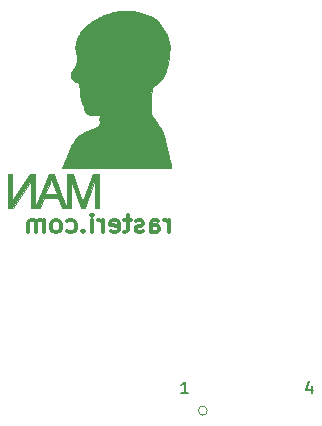
<source format=gbr>
%TF.GenerationSoftware,KiCad,Pcbnew,(6.0.9-0)*%
%TF.CreationDate,2023-01-28T22:02:16-06:00*%
%TF.ProjectId,ps2usb,70733275-7362-42e6-9b69-6361645f7063,rev?*%
%TF.SameCoordinates,Original*%
%TF.FileFunction,Legend,Bot*%
%TF.FilePolarity,Positive*%
%FSLAX46Y46*%
G04 Gerber Fmt 4.6, Leading zero omitted, Abs format (unit mm)*
G04 Created by KiCad (PCBNEW (6.0.9-0)) date 2023-01-28 22:02:16*
%MOMM*%
%LPD*%
G01*
G04 APERTURE LIST*
%ADD10C,0.080000*%
%ADD11C,0.300000*%
%ADD12C,0.150000*%
%ADD13C,0.120000*%
G04 APERTURE END LIST*
D10*
G36*
X111345587Y-90484922D02*
G01*
X112862147Y-88217959D01*
X113254090Y-88217959D01*
X113254090Y-91092591D01*
X113248876Y-91105332D01*
X112887753Y-91105332D01*
X112887753Y-88836400D01*
X111371191Y-91105332D01*
X110979249Y-91105332D01*
X110979249Y-88217959D01*
X111345587Y-88217959D01*
X111345587Y-90484922D01*
G37*
X111345587Y-90484922D02*
X112862147Y-88217959D01*
X113254090Y-88217959D01*
X113254090Y-91092591D01*
X113248876Y-91105332D01*
X112887753Y-91105332D01*
X112887753Y-88836400D01*
X111371191Y-91105332D01*
X110979249Y-91105332D01*
X110979249Y-88217959D01*
X111345587Y-88217959D01*
X111345587Y-90484922D01*
G36*
X121079635Y-74396412D02*
G01*
X121273162Y-74404745D01*
X121463167Y-74419433D01*
X121647215Y-74440413D01*
X121822870Y-74467621D01*
X121987695Y-74500991D01*
X122139256Y-74540461D01*
X122275115Y-74585965D01*
X122392837Y-74637440D01*
X122421023Y-74650631D01*
X122455971Y-74665302D01*
X122496296Y-74680961D01*
X122540616Y-74697119D01*
X122587547Y-74713286D01*
X122635705Y-74728970D01*
X122683707Y-74743684D01*
X122730169Y-74756935D01*
X122824703Y-74783273D01*
X122910296Y-74808458D01*
X122988028Y-74833186D01*
X123058981Y-74858154D01*
X123124236Y-74884057D01*
X123184874Y-74911593D01*
X123241976Y-74941456D01*
X123296623Y-74974343D01*
X123349896Y-75010950D01*
X123402877Y-75051975D01*
X123456647Y-75098112D01*
X123512286Y-75150057D01*
X123570877Y-75208508D01*
X123633499Y-75274161D01*
X123775165Y-75429854D01*
X123868867Y-75539885D01*
X123958778Y-75655588D01*
X124044587Y-75776240D01*
X124125986Y-75901117D01*
X124202663Y-76029495D01*
X124274311Y-76160651D01*
X124340618Y-76293861D01*
X124401277Y-76428401D01*
X124455976Y-76563547D01*
X124504406Y-76698575D01*
X124546259Y-76832762D01*
X124581224Y-76965384D01*
X124608991Y-77095717D01*
X124629251Y-77223037D01*
X124641695Y-77346620D01*
X124646012Y-77465744D01*
X124641490Y-77625046D01*
X124628740Y-77825121D01*
X124609532Y-78049952D01*
X124585631Y-78283520D01*
X124558806Y-78509808D01*
X124530823Y-78712800D01*
X124503451Y-78876479D01*
X124490546Y-78938570D01*
X124478456Y-78984826D01*
X124458081Y-79054549D01*
X124432690Y-79146751D01*
X124405522Y-79249430D01*
X124379813Y-79350586D01*
X124353802Y-79447197D01*
X124324312Y-79541397D01*
X124291424Y-79633061D01*
X124255220Y-79722067D01*
X124215784Y-79808290D01*
X124173196Y-79891607D01*
X124127540Y-79971894D01*
X124078897Y-80049026D01*
X124027350Y-80122880D01*
X123972980Y-80193332D01*
X123915871Y-80260259D01*
X123856103Y-80323536D01*
X123793760Y-80383040D01*
X123728923Y-80438646D01*
X123661675Y-80490232D01*
X123592098Y-80537672D01*
X123561734Y-80557785D01*
X123528405Y-80581012D01*
X123493199Y-80606525D01*
X123457202Y-80633497D01*
X123421501Y-80661100D01*
X123387184Y-80688507D01*
X123355338Y-80714890D01*
X123327050Y-80739422D01*
X123227555Y-80827343D01*
X123206416Y-80846556D01*
X123187800Y-80864144D01*
X123172220Y-80879849D01*
X123165730Y-80886914D01*
X123160192Y-80893411D01*
X123156379Y-80899729D01*
X123152608Y-80909267D01*
X123145221Y-80938104D01*
X123138081Y-80980117D01*
X123131237Y-81035500D01*
X123124740Y-81104448D01*
X123118640Y-81187157D01*
X123107832Y-81394634D01*
X123099212Y-81659492D01*
X123093183Y-81983289D01*
X123090145Y-82367585D01*
X123090499Y-82813941D01*
X123091712Y-83079307D01*
X123199798Y-83262186D01*
X123257088Y-83357318D01*
X123323658Y-83464799D01*
X123474405Y-83701042D01*
X123631577Y-83939382D01*
X123706180Y-84049483D01*
X123774716Y-84148284D01*
X123817439Y-84211352D01*
X123859296Y-84277845D01*
X123900132Y-84347385D01*
X123939793Y-84419593D01*
X123978124Y-84494092D01*
X124014972Y-84570503D01*
X124050181Y-84648448D01*
X124083599Y-84727550D01*
X124115069Y-84807430D01*
X124144439Y-84887710D01*
X124171554Y-84968012D01*
X124196258Y-85047958D01*
X124218400Y-85127171D01*
X124237823Y-85205271D01*
X124254373Y-85281881D01*
X124267897Y-85356622D01*
X124295081Y-85513237D01*
X124327638Y-85683070D01*
X124363962Y-85859044D01*
X124402450Y-86034084D01*
X124441498Y-86201114D01*
X124479503Y-86353057D01*
X124514859Y-86482838D01*
X124545964Y-86583380D01*
X124554617Y-86609645D01*
X124561926Y-86633533D01*
X124568077Y-86655405D01*
X124573254Y-86675618D01*
X124577641Y-86694534D01*
X124581421Y-86712511D01*
X124587902Y-86747089D01*
X124594170Y-86782226D01*
X124601699Y-86820800D01*
X124606397Y-86842274D01*
X124611963Y-86865686D01*
X124618581Y-86891395D01*
X124626436Y-86919761D01*
X124631548Y-86943862D01*
X124638181Y-86968143D01*
X124646073Y-86992746D01*
X124654958Y-87017812D01*
X124695177Y-87125545D01*
X124705084Y-87155053D01*
X124714404Y-87185876D01*
X124722876Y-87218154D01*
X124730234Y-87252029D01*
X124736217Y-87287643D01*
X124740560Y-87325137D01*
X124742034Y-87344634D01*
X124743000Y-87364654D01*
X124743424Y-87385216D01*
X124743273Y-87406336D01*
X124737633Y-87671627D01*
X120142181Y-87676755D01*
X115546730Y-87681875D01*
X115615836Y-87544672D01*
X115629720Y-87516255D01*
X115642675Y-87488090D01*
X115654417Y-87460913D01*
X115664663Y-87435458D01*
X115673129Y-87412460D01*
X115679531Y-87392652D01*
X115681870Y-87384175D01*
X115683586Y-87376771D01*
X115684644Y-87370532D01*
X115685009Y-87365551D01*
X115685276Y-87360744D01*
X115686043Y-87355018D01*
X115687285Y-87348447D01*
X115688977Y-87341107D01*
X115691092Y-87333071D01*
X115693606Y-87324414D01*
X115696492Y-87315211D01*
X115699726Y-87305537D01*
X115707131Y-87285072D01*
X115715617Y-87263615D01*
X115724979Y-87241762D01*
X115729925Y-87230874D01*
X115735012Y-87220111D01*
X115745325Y-87198137D01*
X115755488Y-87175358D01*
X115765241Y-87152436D01*
X115774322Y-87130032D01*
X115782469Y-87108807D01*
X115789423Y-87089424D01*
X115794921Y-87072544D01*
X115798702Y-87058828D01*
X115800237Y-87052786D01*
X115801993Y-87046604D01*
X115803950Y-87040325D01*
X115806088Y-87033996D01*
X115808386Y-87027662D01*
X115810824Y-87021368D01*
X115816038Y-87009082D01*
X115818773Y-87003180D01*
X115821566Y-86997499D01*
X115824398Y-86992084D01*
X115827247Y-86986981D01*
X115830094Y-86982235D01*
X115832917Y-86977890D01*
X115835697Y-86973993D01*
X115838414Y-86970589D01*
X115841448Y-86966535D01*
X115845161Y-86960733D01*
X115849501Y-86953293D01*
X115854417Y-86944323D01*
X115865766Y-86922234D01*
X115878795Y-86895341D01*
X115893089Y-86864519D01*
X115908234Y-86830642D01*
X115923816Y-86794587D01*
X115939421Y-86757228D01*
X115955007Y-86719869D01*
X115970539Y-86683814D01*
X115985603Y-86649938D01*
X115999791Y-86619116D01*
X116012691Y-86592222D01*
X116023893Y-86570133D01*
X116032985Y-86553723D01*
X116036612Y-86547921D01*
X116039558Y-86543867D01*
X116045893Y-86534852D01*
X116053105Y-86522270D01*
X116061061Y-86506490D01*
X116069627Y-86487881D01*
X116088057Y-86443650D01*
X116107332Y-86392527D01*
X116126386Y-86337461D01*
X116144155Y-86281402D01*
X116159574Y-86227301D01*
X116166069Y-86201906D01*
X116171578Y-86178107D01*
X116179172Y-86151050D01*
X116191590Y-86116662D01*
X116208322Y-86075894D01*
X116228862Y-86029699D01*
X116279331Y-85924838D01*
X116338933Y-85809696D01*
X116403604Y-85691890D01*
X116469280Y-85579038D01*
X116531897Y-85478759D01*
X116560788Y-85435714D01*
X116587391Y-85398670D01*
X116632640Y-85337482D01*
X116675402Y-85278163D01*
X116710860Y-85227485D01*
X116724346Y-85207504D01*
X116734198Y-85192224D01*
X116750072Y-85167016D01*
X116765391Y-85143564D01*
X116780251Y-85121770D01*
X116794749Y-85101535D01*
X116808981Y-85082761D01*
X116823042Y-85065348D01*
X116837029Y-85049199D01*
X116851037Y-85034214D01*
X116865163Y-85020296D01*
X116879502Y-85007345D01*
X116894150Y-84995263D01*
X116909204Y-84983951D01*
X116924759Y-84973311D01*
X116940911Y-84963244D01*
X116957756Y-84953651D01*
X116975391Y-84944435D01*
X116996630Y-84933441D01*
X117018047Y-84921725D01*
X117039060Y-84909648D01*
X117059084Y-84897571D01*
X117077537Y-84885855D01*
X117093835Y-84874860D01*
X117107394Y-84864947D01*
X117112964Y-84860509D01*
X117117631Y-84856477D01*
X117134130Y-84843526D01*
X117158443Y-84827304D01*
X117226320Y-84787137D01*
X117312871Y-84740166D01*
X117409706Y-84690577D01*
X117508434Y-84642558D01*
X117600665Y-84600298D01*
X117678008Y-84567984D01*
X117708475Y-84556865D01*
X117732073Y-84549804D01*
X117754205Y-84543706D01*
X117780064Y-84535442D01*
X117808711Y-84525378D01*
X117839207Y-84513879D01*
X117870613Y-84501309D01*
X117901992Y-84488033D01*
X117932404Y-84474417D01*
X117960911Y-84460825D01*
X117989644Y-84447198D01*
X118020706Y-84433481D01*
X118053112Y-84420047D01*
X118085878Y-84407266D01*
X118118020Y-84395512D01*
X118148554Y-84385157D01*
X118176494Y-84376571D01*
X118200859Y-84370128D01*
X118212131Y-84367299D01*
X118223643Y-84364085D01*
X118235314Y-84360523D01*
X118247058Y-84356648D01*
X118270434Y-84348107D01*
X118293107Y-84338753D01*
X118314408Y-84328880D01*
X118324336Y-84323839D01*
X118333671Y-84318778D01*
X118342331Y-84313732D01*
X118350231Y-84308738D01*
X118357288Y-84303833D01*
X118363418Y-84299053D01*
X118375856Y-84289160D01*
X118390266Y-84278525D01*
X118406131Y-84267483D01*
X118422936Y-84256365D01*
X118440165Y-84245506D01*
X118457300Y-84235238D01*
X118473828Y-84225895D01*
X118489230Y-84217810D01*
X118509404Y-84207218D01*
X118528799Y-84196043D01*
X118547409Y-84184299D01*
X118565228Y-84172001D01*
X118582251Y-84159163D01*
X118598471Y-84145798D01*
X118613883Y-84131922D01*
X118628481Y-84117547D01*
X118642260Y-84102688D01*
X118655212Y-84087360D01*
X118667333Y-84071575D01*
X118678617Y-84055349D01*
X118689057Y-84038696D01*
X118698649Y-84021629D01*
X118707386Y-84004162D01*
X118715263Y-83986310D01*
X118722273Y-83968087D01*
X118728411Y-83949507D01*
X118733670Y-83930584D01*
X118738047Y-83911332D01*
X118741533Y-83891765D01*
X118744124Y-83871897D01*
X118745814Y-83851743D01*
X118746597Y-83831316D01*
X118746466Y-83810630D01*
X118745418Y-83789700D01*
X118743444Y-83768540D01*
X118740540Y-83747164D01*
X118736701Y-83725585D01*
X118731919Y-83703819D01*
X118726189Y-83681878D01*
X118719506Y-83659778D01*
X118713670Y-83640288D01*
X118708788Y-83620804D01*
X118704869Y-83601192D01*
X118701921Y-83581320D01*
X118699955Y-83561055D01*
X118698978Y-83540263D01*
X118699001Y-83518812D01*
X118700031Y-83496568D01*
X118702078Y-83473398D01*
X118705151Y-83449170D01*
X118709260Y-83423749D01*
X118714412Y-83397004D01*
X118720617Y-83368801D01*
X118727885Y-83339006D01*
X118736223Y-83307487D01*
X118745642Y-83274111D01*
X118748067Y-83265483D01*
X118749016Y-83261584D01*
X118749714Y-83257952D01*
X118750107Y-83254581D01*
X118750137Y-83251465D01*
X118750000Y-83250000D01*
X118749751Y-83248596D01*
X118749384Y-83247252D01*
X118748891Y-83245969D01*
X118748267Y-83244743D01*
X118747503Y-83243576D01*
X118746593Y-83242466D01*
X118745531Y-83241412D01*
X118744308Y-83240413D01*
X118742918Y-83239469D01*
X118741355Y-83238578D01*
X118739610Y-83237741D01*
X118737678Y-83236955D01*
X118735551Y-83236221D01*
X118733222Y-83235538D01*
X118730685Y-83234904D01*
X118724956Y-83233781D01*
X118718309Y-83232848D01*
X118710688Y-83232096D01*
X118702037Y-83231520D01*
X118692302Y-83231113D01*
X118681425Y-83230868D01*
X118669352Y-83230780D01*
X118656026Y-83230840D01*
X118641393Y-83231043D01*
X118625396Y-83231382D01*
X118589089Y-83232443D01*
X118546659Y-83233969D01*
X118441653Y-83238207D01*
X118337424Y-83241316D01*
X118240480Y-83241668D01*
X118150547Y-83239166D01*
X118067354Y-83233715D01*
X117990629Y-83225218D01*
X117920099Y-83213578D01*
X117855492Y-83198699D01*
X117796535Y-83180484D01*
X117742957Y-83158838D01*
X117694484Y-83133663D01*
X117650844Y-83104862D01*
X117611765Y-83072341D01*
X117576976Y-83036001D01*
X117546202Y-82995747D01*
X117519172Y-82951483D01*
X117495614Y-82903110D01*
X117412195Y-82712213D01*
X117408703Y-82702893D01*
X117405676Y-82692072D01*
X117403025Y-82679904D01*
X117400661Y-82666540D01*
X117396437Y-82636834D01*
X117392293Y-82604174D01*
X117387519Y-82569780D01*
X117384674Y-82552312D01*
X117381405Y-82534869D01*
X117377622Y-82517600D01*
X117373238Y-82500660D01*
X117368162Y-82484200D01*
X117362308Y-82468373D01*
X117309297Y-82337622D01*
X117267997Y-82233260D01*
X117248024Y-82180786D01*
X117226523Y-82122683D01*
X117172991Y-81973289D01*
X117147700Y-81911166D01*
X117125900Y-81847287D01*
X117107295Y-81781886D01*
X117091589Y-81715197D01*
X117078486Y-81647452D01*
X117067690Y-81578887D01*
X117058905Y-81509733D01*
X117051836Y-81440226D01*
X117041660Y-81301086D01*
X117034794Y-81163336D01*
X117028872Y-81028845D01*
X117021526Y-80899484D01*
X117018461Y-80853943D01*
X117016678Y-80812997D01*
X117015877Y-80776301D01*
X117015758Y-80743514D01*
X117016365Y-80688290D01*
X117016100Y-80644579D01*
X117014890Y-80626183D01*
X117012563Y-80609636D01*
X117008817Y-80594594D01*
X117003353Y-80580714D01*
X116995872Y-80567654D01*
X116986072Y-80555069D01*
X116973654Y-80542617D01*
X116958318Y-80529954D01*
X116929973Y-80510040D01*
X116899431Y-80491446D01*
X116866886Y-80473715D01*
X116832534Y-80456390D01*
X116759192Y-80421132D01*
X116720593Y-80402286D01*
X116680969Y-80382020D01*
X116640516Y-80359877D01*
X116599429Y-80335401D01*
X116557904Y-80308135D01*
X116516136Y-80277623D01*
X116474322Y-80243408D01*
X116453458Y-80224769D01*
X116432655Y-80205034D01*
X116411939Y-80184144D01*
X116391333Y-80162043D01*
X116370862Y-80138674D01*
X116350550Y-80113980D01*
X116337050Y-80096124D01*
X116324764Y-80077938D01*
X116313696Y-80059398D01*
X116303852Y-80040482D01*
X116295238Y-80021165D01*
X116287859Y-80001425D01*
X116281721Y-79981239D01*
X116276828Y-79960584D01*
X116273186Y-79939435D01*
X116270800Y-79917771D01*
X116269676Y-79895567D01*
X116269819Y-79872801D01*
X116271235Y-79849450D01*
X116273929Y-79825490D01*
X116277905Y-79800897D01*
X116283171Y-79775650D01*
X116289730Y-79749724D01*
X116297588Y-79723096D01*
X116306751Y-79695744D01*
X116317224Y-79667644D01*
X116329013Y-79638772D01*
X116342122Y-79609106D01*
X116372324Y-79547299D01*
X116407873Y-79482035D01*
X116448812Y-79413130D01*
X116495184Y-79340398D01*
X116547032Y-79263652D01*
X116578404Y-79217243D01*
X116607122Y-79172469D01*
X116632986Y-79129699D01*
X116655794Y-79089304D01*
X116675347Y-79051652D01*
X116691444Y-79017113D01*
X116698134Y-79001126D01*
X116703884Y-78986057D01*
X116708670Y-78971950D01*
X116712466Y-78958853D01*
X116743898Y-78842131D01*
X116780450Y-78710505D01*
X116790836Y-78672373D01*
X116799734Y-78636197D01*
X116807122Y-78601251D01*
X116812975Y-78566808D01*
X116817270Y-78532142D01*
X116819982Y-78496524D01*
X116821088Y-78459230D01*
X116820565Y-78419532D01*
X116818387Y-78376703D01*
X116814533Y-78330016D01*
X116808977Y-78278744D01*
X116801696Y-78222162D01*
X116792667Y-78159542D01*
X116781865Y-78090157D01*
X116754848Y-77928185D01*
X116748425Y-77892269D01*
X116741517Y-77856405D01*
X116734341Y-77821546D01*
X116727113Y-77788645D01*
X116720049Y-77758656D01*
X116713368Y-77732533D01*
X116707285Y-77711229D01*
X116702016Y-77695698D01*
X116692170Y-77666214D01*
X116684369Y-77633912D01*
X116678567Y-77598950D01*
X116674715Y-77561487D01*
X116672677Y-77479692D01*
X116677875Y-77389792D01*
X116689931Y-77293055D01*
X116708466Y-77190747D01*
X116733102Y-77084136D01*
X116763460Y-76974488D01*
X116799161Y-76863071D01*
X116839828Y-76751151D01*
X116885080Y-76639995D01*
X116934541Y-76530871D01*
X116987830Y-76425045D01*
X117044571Y-76323784D01*
X117104383Y-76228355D01*
X117166888Y-76140025D01*
X117193874Y-76106549D01*
X117229290Y-76066125D01*
X117320911Y-75968704D01*
X117432740Y-75856311D01*
X117555768Y-75737492D01*
X117680984Y-75620797D01*
X117799379Y-75514773D01*
X117901942Y-75427967D01*
X117944472Y-75394443D01*
X117979665Y-75368928D01*
X118151237Y-75255197D01*
X118313800Y-75153382D01*
X118469510Y-75062375D01*
X118620524Y-74981068D01*
X118768998Y-74908350D01*
X118842957Y-74874866D01*
X118917089Y-74843113D01*
X119066954Y-74784247D01*
X119220749Y-74730643D01*
X119362052Y-74683641D01*
X119498938Y-74636985D01*
X119615781Y-74596070D01*
X119696957Y-74566287D01*
X119830962Y-74521456D01*
X119980934Y-74483496D01*
X120144436Y-74452342D01*
X120319031Y-74427929D01*
X120502285Y-74410195D01*
X120691761Y-74399073D01*
X120885023Y-74394500D01*
X121079635Y-74396412D01*
G37*
X121079635Y-74396412D02*
X121273162Y-74404745D01*
X121463167Y-74419433D01*
X121647215Y-74440413D01*
X121822870Y-74467621D01*
X121987695Y-74500991D01*
X122139256Y-74540461D01*
X122275115Y-74585965D01*
X122392837Y-74637440D01*
X122421023Y-74650631D01*
X122455971Y-74665302D01*
X122496296Y-74680961D01*
X122540616Y-74697119D01*
X122587547Y-74713286D01*
X122635705Y-74728970D01*
X122683707Y-74743684D01*
X122730169Y-74756935D01*
X122824703Y-74783273D01*
X122910296Y-74808458D01*
X122988028Y-74833186D01*
X123058981Y-74858154D01*
X123124236Y-74884057D01*
X123184874Y-74911593D01*
X123241976Y-74941456D01*
X123296623Y-74974343D01*
X123349896Y-75010950D01*
X123402877Y-75051975D01*
X123456647Y-75098112D01*
X123512286Y-75150057D01*
X123570877Y-75208508D01*
X123633499Y-75274161D01*
X123775165Y-75429854D01*
X123868867Y-75539885D01*
X123958778Y-75655588D01*
X124044587Y-75776240D01*
X124125986Y-75901117D01*
X124202663Y-76029495D01*
X124274311Y-76160651D01*
X124340618Y-76293861D01*
X124401277Y-76428401D01*
X124455976Y-76563547D01*
X124504406Y-76698575D01*
X124546259Y-76832762D01*
X124581224Y-76965384D01*
X124608991Y-77095717D01*
X124629251Y-77223037D01*
X124641695Y-77346620D01*
X124646012Y-77465744D01*
X124641490Y-77625046D01*
X124628740Y-77825121D01*
X124609532Y-78049952D01*
X124585631Y-78283520D01*
X124558806Y-78509808D01*
X124530823Y-78712800D01*
X124503451Y-78876479D01*
X124490546Y-78938570D01*
X124478456Y-78984826D01*
X124458081Y-79054549D01*
X124432690Y-79146751D01*
X124405522Y-79249430D01*
X124379813Y-79350586D01*
X124353802Y-79447197D01*
X124324312Y-79541397D01*
X124291424Y-79633061D01*
X124255220Y-79722067D01*
X124215784Y-79808290D01*
X124173196Y-79891607D01*
X124127540Y-79971894D01*
X124078897Y-80049026D01*
X124027350Y-80122880D01*
X123972980Y-80193332D01*
X123915871Y-80260259D01*
X123856103Y-80323536D01*
X123793760Y-80383040D01*
X123728923Y-80438646D01*
X123661675Y-80490232D01*
X123592098Y-80537672D01*
X123561734Y-80557785D01*
X123528405Y-80581012D01*
X123493199Y-80606525D01*
X123457202Y-80633497D01*
X123421501Y-80661100D01*
X123387184Y-80688507D01*
X123355338Y-80714890D01*
X123327050Y-80739422D01*
X123227555Y-80827343D01*
X123206416Y-80846556D01*
X123187800Y-80864144D01*
X123172220Y-80879849D01*
X123165730Y-80886914D01*
X123160192Y-80893411D01*
X123156379Y-80899729D01*
X123152608Y-80909267D01*
X123145221Y-80938104D01*
X123138081Y-80980117D01*
X123131237Y-81035500D01*
X123124740Y-81104448D01*
X123118640Y-81187157D01*
X123107832Y-81394634D01*
X123099212Y-81659492D01*
X123093183Y-81983289D01*
X123090145Y-82367585D01*
X123090499Y-82813941D01*
X123091712Y-83079307D01*
X123199798Y-83262186D01*
X123257088Y-83357318D01*
X123323658Y-83464799D01*
X123474405Y-83701042D01*
X123631577Y-83939382D01*
X123706180Y-84049483D01*
X123774716Y-84148284D01*
X123817439Y-84211352D01*
X123859296Y-84277845D01*
X123900132Y-84347385D01*
X123939793Y-84419593D01*
X123978124Y-84494092D01*
X124014972Y-84570503D01*
X124050181Y-84648448D01*
X124083599Y-84727550D01*
X124115069Y-84807430D01*
X124144439Y-84887710D01*
X124171554Y-84968012D01*
X124196258Y-85047958D01*
X124218400Y-85127171D01*
X124237823Y-85205271D01*
X124254373Y-85281881D01*
X124267897Y-85356622D01*
X124295081Y-85513237D01*
X124327638Y-85683070D01*
X124363962Y-85859044D01*
X124402450Y-86034084D01*
X124441498Y-86201114D01*
X124479503Y-86353057D01*
X124514859Y-86482838D01*
X124545964Y-86583380D01*
X124554617Y-86609645D01*
X124561926Y-86633533D01*
X124568077Y-86655405D01*
X124573254Y-86675618D01*
X124577641Y-86694534D01*
X124581421Y-86712511D01*
X124587902Y-86747089D01*
X124594170Y-86782226D01*
X124601699Y-86820800D01*
X124606397Y-86842274D01*
X124611963Y-86865686D01*
X124618581Y-86891395D01*
X124626436Y-86919761D01*
X124631548Y-86943862D01*
X124638181Y-86968143D01*
X124646073Y-86992746D01*
X124654958Y-87017812D01*
X124695177Y-87125545D01*
X124705084Y-87155053D01*
X124714404Y-87185876D01*
X124722876Y-87218154D01*
X124730234Y-87252029D01*
X124736217Y-87287643D01*
X124740560Y-87325137D01*
X124742034Y-87344634D01*
X124743000Y-87364654D01*
X124743424Y-87385216D01*
X124743273Y-87406336D01*
X124737633Y-87671627D01*
X120142181Y-87676755D01*
X115546730Y-87681875D01*
X115615836Y-87544672D01*
X115629720Y-87516255D01*
X115642675Y-87488090D01*
X115654417Y-87460913D01*
X115664663Y-87435458D01*
X115673129Y-87412460D01*
X115679531Y-87392652D01*
X115681870Y-87384175D01*
X115683586Y-87376771D01*
X115684644Y-87370532D01*
X115685009Y-87365551D01*
X115685276Y-87360744D01*
X115686043Y-87355018D01*
X115687285Y-87348447D01*
X115688977Y-87341107D01*
X115691092Y-87333071D01*
X115693606Y-87324414D01*
X115696492Y-87315211D01*
X115699726Y-87305537D01*
X115707131Y-87285072D01*
X115715617Y-87263615D01*
X115724979Y-87241762D01*
X115729925Y-87230874D01*
X115735012Y-87220111D01*
X115745325Y-87198137D01*
X115755488Y-87175358D01*
X115765241Y-87152436D01*
X115774322Y-87130032D01*
X115782469Y-87108807D01*
X115789423Y-87089424D01*
X115794921Y-87072544D01*
X115798702Y-87058828D01*
X115800237Y-87052786D01*
X115801993Y-87046604D01*
X115803950Y-87040325D01*
X115806088Y-87033996D01*
X115808386Y-87027662D01*
X115810824Y-87021368D01*
X115816038Y-87009082D01*
X115818773Y-87003180D01*
X115821566Y-86997499D01*
X115824398Y-86992084D01*
X115827247Y-86986981D01*
X115830094Y-86982235D01*
X115832917Y-86977890D01*
X115835697Y-86973993D01*
X115838414Y-86970589D01*
X115841448Y-86966535D01*
X115845161Y-86960733D01*
X115849501Y-86953293D01*
X115854417Y-86944323D01*
X115865766Y-86922234D01*
X115878795Y-86895341D01*
X115893089Y-86864519D01*
X115908234Y-86830642D01*
X115923816Y-86794587D01*
X115939421Y-86757228D01*
X115955007Y-86719869D01*
X115970539Y-86683814D01*
X115985603Y-86649938D01*
X115999791Y-86619116D01*
X116012691Y-86592222D01*
X116023893Y-86570133D01*
X116032985Y-86553723D01*
X116036612Y-86547921D01*
X116039558Y-86543867D01*
X116045893Y-86534852D01*
X116053105Y-86522270D01*
X116061061Y-86506490D01*
X116069627Y-86487881D01*
X116088057Y-86443650D01*
X116107332Y-86392527D01*
X116126386Y-86337461D01*
X116144155Y-86281402D01*
X116159574Y-86227301D01*
X116166069Y-86201906D01*
X116171578Y-86178107D01*
X116179172Y-86151050D01*
X116191590Y-86116662D01*
X116208322Y-86075894D01*
X116228862Y-86029699D01*
X116279331Y-85924838D01*
X116338933Y-85809696D01*
X116403604Y-85691890D01*
X116469280Y-85579038D01*
X116531897Y-85478759D01*
X116560788Y-85435714D01*
X116587391Y-85398670D01*
X116632640Y-85337482D01*
X116675402Y-85278163D01*
X116710860Y-85227485D01*
X116724346Y-85207504D01*
X116734198Y-85192224D01*
X116750072Y-85167016D01*
X116765391Y-85143564D01*
X116780251Y-85121770D01*
X116794749Y-85101535D01*
X116808981Y-85082761D01*
X116823042Y-85065348D01*
X116837029Y-85049199D01*
X116851037Y-85034214D01*
X116865163Y-85020296D01*
X116879502Y-85007345D01*
X116894150Y-84995263D01*
X116909204Y-84983951D01*
X116924759Y-84973311D01*
X116940911Y-84963244D01*
X116957756Y-84953651D01*
X116975391Y-84944435D01*
X116996630Y-84933441D01*
X117018047Y-84921725D01*
X117039060Y-84909648D01*
X117059084Y-84897571D01*
X117077537Y-84885855D01*
X117093835Y-84874860D01*
X117107394Y-84864947D01*
X117112964Y-84860509D01*
X117117631Y-84856477D01*
X117134130Y-84843526D01*
X117158443Y-84827304D01*
X117226320Y-84787137D01*
X117312871Y-84740166D01*
X117409706Y-84690577D01*
X117508434Y-84642558D01*
X117600665Y-84600298D01*
X117678008Y-84567984D01*
X117708475Y-84556865D01*
X117732073Y-84549804D01*
X117754205Y-84543706D01*
X117780064Y-84535442D01*
X117808711Y-84525378D01*
X117839207Y-84513879D01*
X117870613Y-84501309D01*
X117901992Y-84488033D01*
X117932404Y-84474417D01*
X117960911Y-84460825D01*
X117989644Y-84447198D01*
X118020706Y-84433481D01*
X118053112Y-84420047D01*
X118085878Y-84407266D01*
X118118020Y-84395512D01*
X118148554Y-84385157D01*
X118176494Y-84376571D01*
X118200859Y-84370128D01*
X118212131Y-84367299D01*
X118223643Y-84364085D01*
X118235314Y-84360523D01*
X118247058Y-84356648D01*
X118270434Y-84348107D01*
X118293107Y-84338753D01*
X118314408Y-84328880D01*
X118324336Y-84323839D01*
X118333671Y-84318778D01*
X118342331Y-84313732D01*
X118350231Y-84308738D01*
X118357288Y-84303833D01*
X118363418Y-84299053D01*
X118375856Y-84289160D01*
X118390266Y-84278525D01*
X118406131Y-84267483D01*
X118422936Y-84256365D01*
X118440165Y-84245506D01*
X118457300Y-84235238D01*
X118473828Y-84225895D01*
X118489230Y-84217810D01*
X118509404Y-84207218D01*
X118528799Y-84196043D01*
X118547409Y-84184299D01*
X118565228Y-84172001D01*
X118582251Y-84159163D01*
X118598471Y-84145798D01*
X118613883Y-84131922D01*
X118628481Y-84117547D01*
X118642260Y-84102688D01*
X118655212Y-84087360D01*
X118667333Y-84071575D01*
X118678617Y-84055349D01*
X118689057Y-84038696D01*
X118698649Y-84021629D01*
X118707386Y-84004162D01*
X118715263Y-83986310D01*
X118722273Y-83968087D01*
X118728411Y-83949507D01*
X118733670Y-83930584D01*
X118738047Y-83911332D01*
X118741533Y-83891765D01*
X118744124Y-83871897D01*
X118745814Y-83851743D01*
X118746597Y-83831316D01*
X118746466Y-83810630D01*
X118745418Y-83789700D01*
X118743444Y-83768540D01*
X118740540Y-83747164D01*
X118736701Y-83725585D01*
X118731919Y-83703819D01*
X118726189Y-83681878D01*
X118719506Y-83659778D01*
X118713670Y-83640288D01*
X118708788Y-83620804D01*
X118704869Y-83601192D01*
X118701921Y-83581320D01*
X118699955Y-83561055D01*
X118698978Y-83540263D01*
X118699001Y-83518812D01*
X118700031Y-83496568D01*
X118702078Y-83473398D01*
X118705151Y-83449170D01*
X118709260Y-83423749D01*
X118714412Y-83397004D01*
X118720617Y-83368801D01*
X118727885Y-83339006D01*
X118736223Y-83307487D01*
X118745642Y-83274111D01*
X118748067Y-83265483D01*
X118749016Y-83261584D01*
X118749714Y-83257952D01*
X118750107Y-83254581D01*
X118750137Y-83251465D01*
X118750000Y-83250000D01*
X118749751Y-83248596D01*
X118749384Y-83247252D01*
X118748891Y-83245969D01*
X118748267Y-83244743D01*
X118747503Y-83243576D01*
X118746593Y-83242466D01*
X118745531Y-83241412D01*
X118744308Y-83240413D01*
X118742918Y-83239469D01*
X118741355Y-83238578D01*
X118739610Y-83237741D01*
X118737678Y-83236955D01*
X118735551Y-83236221D01*
X118733222Y-83235538D01*
X118730685Y-83234904D01*
X118724956Y-83233781D01*
X118718309Y-83232848D01*
X118710688Y-83232096D01*
X118702037Y-83231520D01*
X118692302Y-83231113D01*
X118681425Y-83230868D01*
X118669352Y-83230780D01*
X118656026Y-83230840D01*
X118641393Y-83231043D01*
X118625396Y-83231382D01*
X118589089Y-83232443D01*
X118546659Y-83233969D01*
X118441653Y-83238207D01*
X118337424Y-83241316D01*
X118240480Y-83241668D01*
X118150547Y-83239166D01*
X118067354Y-83233715D01*
X117990629Y-83225218D01*
X117920099Y-83213578D01*
X117855492Y-83198699D01*
X117796535Y-83180484D01*
X117742957Y-83158838D01*
X117694484Y-83133663D01*
X117650844Y-83104862D01*
X117611765Y-83072341D01*
X117576976Y-83036001D01*
X117546202Y-82995747D01*
X117519172Y-82951483D01*
X117495614Y-82903110D01*
X117412195Y-82712213D01*
X117408703Y-82702893D01*
X117405676Y-82692072D01*
X117403025Y-82679904D01*
X117400661Y-82666540D01*
X117396437Y-82636834D01*
X117392293Y-82604174D01*
X117387519Y-82569780D01*
X117384674Y-82552312D01*
X117381405Y-82534869D01*
X117377622Y-82517600D01*
X117373238Y-82500660D01*
X117368162Y-82484200D01*
X117362308Y-82468373D01*
X117309297Y-82337622D01*
X117267997Y-82233260D01*
X117248024Y-82180786D01*
X117226523Y-82122683D01*
X117172991Y-81973289D01*
X117147700Y-81911166D01*
X117125900Y-81847287D01*
X117107295Y-81781886D01*
X117091589Y-81715197D01*
X117078486Y-81647452D01*
X117067690Y-81578887D01*
X117058905Y-81509733D01*
X117051836Y-81440226D01*
X117041660Y-81301086D01*
X117034794Y-81163336D01*
X117028872Y-81028845D01*
X117021526Y-80899484D01*
X117018461Y-80853943D01*
X117016678Y-80812997D01*
X117015877Y-80776301D01*
X117015758Y-80743514D01*
X117016365Y-80688290D01*
X117016100Y-80644579D01*
X117014890Y-80626183D01*
X117012563Y-80609636D01*
X117008817Y-80594594D01*
X117003353Y-80580714D01*
X116995872Y-80567654D01*
X116986072Y-80555069D01*
X116973654Y-80542617D01*
X116958318Y-80529954D01*
X116929973Y-80510040D01*
X116899431Y-80491446D01*
X116866886Y-80473715D01*
X116832534Y-80456390D01*
X116759192Y-80421132D01*
X116720593Y-80402286D01*
X116680969Y-80382020D01*
X116640516Y-80359877D01*
X116599429Y-80335401D01*
X116557904Y-80308135D01*
X116516136Y-80277623D01*
X116474322Y-80243408D01*
X116453458Y-80224769D01*
X116432655Y-80205034D01*
X116411939Y-80184144D01*
X116391333Y-80162043D01*
X116370862Y-80138674D01*
X116350550Y-80113980D01*
X116337050Y-80096124D01*
X116324764Y-80077938D01*
X116313696Y-80059398D01*
X116303852Y-80040482D01*
X116295238Y-80021165D01*
X116287859Y-80001425D01*
X116281721Y-79981239D01*
X116276828Y-79960584D01*
X116273186Y-79939435D01*
X116270800Y-79917771D01*
X116269676Y-79895567D01*
X116269819Y-79872801D01*
X116271235Y-79849450D01*
X116273929Y-79825490D01*
X116277905Y-79800897D01*
X116283171Y-79775650D01*
X116289730Y-79749724D01*
X116297588Y-79723096D01*
X116306751Y-79695744D01*
X116317224Y-79667644D01*
X116329013Y-79638772D01*
X116342122Y-79609106D01*
X116372324Y-79547299D01*
X116407873Y-79482035D01*
X116448812Y-79413130D01*
X116495184Y-79340398D01*
X116547032Y-79263652D01*
X116578404Y-79217243D01*
X116607122Y-79172469D01*
X116632986Y-79129699D01*
X116655794Y-79089304D01*
X116675347Y-79051652D01*
X116691444Y-79017113D01*
X116698134Y-79001126D01*
X116703884Y-78986057D01*
X116708670Y-78971950D01*
X116712466Y-78958853D01*
X116743898Y-78842131D01*
X116780450Y-78710505D01*
X116790836Y-78672373D01*
X116799734Y-78636197D01*
X116807122Y-78601251D01*
X116812975Y-78566808D01*
X116817270Y-78532142D01*
X116819982Y-78496524D01*
X116821088Y-78459230D01*
X116820565Y-78419532D01*
X116818387Y-78376703D01*
X116814533Y-78330016D01*
X116808977Y-78278744D01*
X116801696Y-78222162D01*
X116792667Y-78159542D01*
X116781865Y-78090157D01*
X116754848Y-77928185D01*
X116748425Y-77892269D01*
X116741517Y-77856405D01*
X116734341Y-77821546D01*
X116727113Y-77788645D01*
X116720049Y-77758656D01*
X116713368Y-77732533D01*
X116707285Y-77711229D01*
X116702016Y-77695698D01*
X116692170Y-77666214D01*
X116684369Y-77633912D01*
X116678567Y-77598950D01*
X116674715Y-77561487D01*
X116672677Y-77479692D01*
X116677875Y-77389792D01*
X116689931Y-77293055D01*
X116708466Y-77190747D01*
X116733102Y-77084136D01*
X116763460Y-76974488D01*
X116799161Y-76863071D01*
X116839828Y-76751151D01*
X116885080Y-76639995D01*
X116934541Y-76530871D01*
X116987830Y-76425045D01*
X117044571Y-76323784D01*
X117104383Y-76228355D01*
X117166888Y-76140025D01*
X117193874Y-76106549D01*
X117229290Y-76066125D01*
X117320911Y-75968704D01*
X117432740Y-75856311D01*
X117555768Y-75737492D01*
X117680984Y-75620797D01*
X117799379Y-75514773D01*
X117901942Y-75427967D01*
X117944472Y-75394443D01*
X117979665Y-75368928D01*
X118151237Y-75255197D01*
X118313800Y-75153382D01*
X118469510Y-75062375D01*
X118620524Y-74981068D01*
X118768998Y-74908350D01*
X118842957Y-74874866D01*
X118917089Y-74843113D01*
X119066954Y-74784247D01*
X119220749Y-74730643D01*
X119362052Y-74683641D01*
X119498938Y-74636985D01*
X119615781Y-74596070D01*
X119696957Y-74566287D01*
X119830962Y-74521456D01*
X119980934Y-74483496D01*
X120144436Y-74452342D01*
X120319031Y-74427929D01*
X120502285Y-74410195D01*
X120691761Y-74399073D01*
X120885023Y-74394500D01*
X121079635Y-74396412D01*
G36*
X117149297Y-90226909D02*
G01*
X117198043Y-90370318D01*
X117239896Y-90495261D01*
X117274856Y-90601741D01*
X117302922Y-90689756D01*
X117327788Y-90609866D01*
X117359055Y-90512004D01*
X117440792Y-90262361D01*
X118124228Y-88217959D01*
X118699340Y-88217959D01*
X118699340Y-91105332D01*
X118331032Y-91105332D01*
X118331032Y-88647322D01*
X117495939Y-91105332D01*
X117151266Y-91105332D01*
X116312234Y-88688683D01*
X116312234Y-91105332D01*
X115951111Y-91105332D01*
X115943926Y-91086623D01*
X115943926Y-88217959D01*
X116457981Y-88217959D01*
X117149297Y-90226909D01*
G37*
X117149297Y-90226909D02*
X117198043Y-90370318D01*
X117239896Y-90495261D01*
X117274856Y-90601741D01*
X117302922Y-90689756D01*
X117327788Y-90609866D01*
X117359055Y-90512004D01*
X117440792Y-90262361D01*
X118124228Y-88217959D01*
X118699340Y-88217959D01*
X118699340Y-91105332D01*
X118331032Y-91105332D01*
X118331032Y-88647322D01*
X117495939Y-91105332D01*
X117151266Y-91105332D01*
X116312234Y-88688683D01*
X116312234Y-91105332D01*
X115951111Y-91105332D01*
X115943926Y-91086623D01*
X115943926Y-88217959D01*
X116457981Y-88217959D01*
X117149297Y-90226909D01*
G36*
X115943926Y-91105332D02*
G01*
X115545381Y-91105332D01*
X115228282Y-90230847D01*
X114020943Y-90230847D01*
X113684148Y-91105332D01*
X113254090Y-91105332D01*
X113254090Y-91092591D01*
X113734145Y-89919658D01*
X114139117Y-89919658D01*
X115117988Y-89919658D01*
X114800890Y-89072749D01*
X114776486Y-89004245D01*
X114753497Y-88935618D01*
X114731924Y-88866868D01*
X114711767Y-88797995D01*
X114693025Y-88728999D01*
X114675699Y-88659880D01*
X114659789Y-88590637D01*
X114645294Y-88521272D01*
X114627445Y-88581897D01*
X114607380Y-88646585D01*
X114560603Y-88788147D01*
X114504963Y-88945958D01*
X114440460Y-89120017D01*
X114139117Y-89919658D01*
X113734145Y-89919658D01*
X114430611Y-88217959D01*
X114842250Y-88217959D01*
X115495767Y-89919658D01*
X115943926Y-91086623D01*
X115943926Y-91105332D01*
G37*
X115943926Y-91105332D02*
X115545381Y-91105332D01*
X115228282Y-90230847D01*
X114020943Y-90230847D01*
X113684148Y-91105332D01*
X113254090Y-91105332D01*
X113254090Y-91092591D01*
X113734145Y-89919658D01*
X114139117Y-89919658D01*
X115117988Y-89919658D01*
X114800890Y-89072749D01*
X114776486Y-89004245D01*
X114753497Y-88935618D01*
X114731924Y-88866868D01*
X114711767Y-88797995D01*
X114693025Y-88728999D01*
X114675699Y-88659880D01*
X114659789Y-88590637D01*
X114645294Y-88521272D01*
X114627445Y-88581897D01*
X114607380Y-88646585D01*
X114560603Y-88788147D01*
X114504963Y-88945958D01*
X114440460Y-89120017D01*
X114139117Y-89919658D01*
X113734145Y-89919658D01*
X114430611Y-88217959D01*
X114842250Y-88217959D01*
X115495767Y-89919658D01*
X115943926Y-91086623D01*
X115943926Y-91105332D01*
D11*
X124627117Y-93136103D02*
X124627117Y-92136103D01*
X124627117Y-92421817D02*
X124555689Y-92278960D01*
X124484260Y-92207532D01*
X124341403Y-92136103D01*
X124198546Y-92136103D01*
X123055689Y-93136103D02*
X123055689Y-92350389D01*
X123127117Y-92207532D01*
X123269974Y-92136103D01*
X123555689Y-92136103D01*
X123698546Y-92207532D01*
X123055689Y-93064674D02*
X123198546Y-93136103D01*
X123555689Y-93136103D01*
X123698546Y-93064674D01*
X123769974Y-92921817D01*
X123769974Y-92778960D01*
X123698546Y-92636103D01*
X123555689Y-92564674D01*
X123198546Y-92564674D01*
X123055689Y-92493246D01*
X122412832Y-93064674D02*
X122269974Y-93136103D01*
X121984260Y-93136103D01*
X121841403Y-93064674D01*
X121769974Y-92921817D01*
X121769974Y-92850389D01*
X121841403Y-92707532D01*
X121984260Y-92636103D01*
X122198546Y-92636103D01*
X122341403Y-92564674D01*
X122412832Y-92421817D01*
X122412832Y-92350389D01*
X122341403Y-92207532D01*
X122198546Y-92136103D01*
X121984260Y-92136103D01*
X121841403Y-92207532D01*
X121341403Y-92136103D02*
X120769974Y-92136103D01*
X121127117Y-91636103D02*
X121127117Y-92921817D01*
X121055689Y-93064674D01*
X120912832Y-93136103D01*
X120769974Y-93136103D01*
X119698546Y-93064674D02*
X119841403Y-93136103D01*
X120127117Y-93136103D01*
X120269974Y-93064674D01*
X120341403Y-92921817D01*
X120341403Y-92350389D01*
X120269974Y-92207532D01*
X120127117Y-92136103D01*
X119841403Y-92136103D01*
X119698546Y-92207532D01*
X119627117Y-92350389D01*
X119627117Y-92493246D01*
X120341403Y-92636103D01*
X118984260Y-93136103D02*
X118984260Y-92136103D01*
X118984260Y-92421817D02*
X118912832Y-92278960D01*
X118841403Y-92207532D01*
X118698546Y-92136103D01*
X118555689Y-92136103D01*
X118055689Y-93136103D02*
X118055689Y-92136103D01*
X118055689Y-91636103D02*
X118127117Y-91707532D01*
X118055689Y-91778960D01*
X117984260Y-91707532D01*
X118055689Y-91636103D01*
X118055689Y-91778960D01*
X117341403Y-92993246D02*
X117269974Y-93064674D01*
X117341403Y-93136103D01*
X117412832Y-93064674D01*
X117341403Y-92993246D01*
X117341403Y-93136103D01*
X115984260Y-93064674D02*
X116127117Y-93136103D01*
X116412832Y-93136103D01*
X116555689Y-93064674D01*
X116627117Y-92993246D01*
X116698546Y-92850389D01*
X116698546Y-92421817D01*
X116627117Y-92278960D01*
X116555689Y-92207532D01*
X116412832Y-92136103D01*
X116127117Y-92136103D01*
X115984260Y-92207532D01*
X115127117Y-93136103D02*
X115269974Y-93064674D01*
X115341403Y-92993246D01*
X115412832Y-92850389D01*
X115412832Y-92421817D01*
X115341403Y-92278960D01*
X115269974Y-92207532D01*
X115127117Y-92136103D01*
X114912832Y-92136103D01*
X114769974Y-92207532D01*
X114698546Y-92278960D01*
X114627117Y-92421817D01*
X114627117Y-92850389D01*
X114698546Y-92993246D01*
X114769974Y-93064674D01*
X114912832Y-93136103D01*
X115127117Y-93136103D01*
X113984260Y-93136103D02*
X113984260Y-92136103D01*
X113984260Y-92278960D02*
X113912832Y-92207532D01*
X113769974Y-92136103D01*
X113555689Y-92136103D01*
X113412832Y-92207532D01*
X113341403Y-92350389D01*
X113341403Y-93136103D01*
X113341403Y-92350389D02*
X113269974Y-92207532D01*
X113127117Y-92136103D01*
X112912832Y-92136103D01*
X112769974Y-92207532D01*
X112698546Y-92350389D01*
X112698546Y-93136103D01*
D12*
%TO.C,Power*%
X126221714Y-106788780D02*
X125650285Y-106788780D01*
X125936000Y-106788780D02*
X125936000Y-105788780D01*
X125840761Y-105931638D01*
X125745523Y-106026876D01*
X125650285Y-106074495D01*
X136674476Y-106122114D02*
X136674476Y-106788780D01*
X136436380Y-105741161D02*
X136198285Y-106455447D01*
X136817333Y-106455447D01*
D13*
X127841000Y-108241400D02*
G75*
G03*
X127841000Y-108241400I-381000J0D01*
G01*
%TD*%
M02*

</source>
